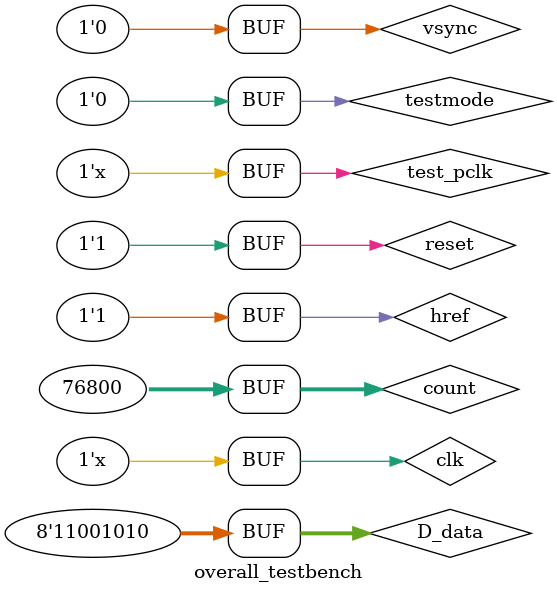
<source format=v>
`timescale 1ns/1ns

module overall_testbench;
reg clk;
reg test_pclk; // test of pclk
reg reset;
// input variable from camera
reg testmode;
reg vsync = 0;
reg href = 0;
reg [7:0] D_data;
// output
wire [5:0] control_state; 
wire [3:0] vga_red, vga_green, vga_blue;
wire vga_hsync, vga_vsync;
wire sioc_to_ov7670, siod_to_ov7670;
wire ov7670_xclk; // input to camera
wire ov7670_pwdn, ov7670_reset;
wire ready_display;

reg [31:0] count = 0;


 
camera_vga_display_top camera_vga_display_top(
    .clk(clk),
    .reset(reset),
    .pclk(test_pclk), //pclk
    .vsync(vsync),
    .href(href),
    .D_data(D_data),
    .testmode(testmode),
    .control_state(control_state),
    .vga_red(vga_red),
    .vga_green(vga_green),
    .vga_blue(vga_blue),
    .vga_hsync(vga_hsync),
    .vga_vsync(vga_vsync),
    .sioc_to_ov7670(sioc_to_ov7670),
    .siod_to_ov7670(siod_to_ov7670),
    .ov7670_xclk(ov7670_xclk),
    .ov7670_pwdn(ov7670_pwdn),
    .ov7670_reset(ov7670_reset),
    .ready_display(ready_display)  
);

// generate 100MHz clock, period 10nS
localparam clk_period = 10;

always 
begin
    #(clk_period / 2) clk = ~clk;
end

// 25MHz pclk test
localparam clk_period_25MHz = 40;

always 
begin
    #(clk_period_25MHz / 2) test_pclk = ~test_pclk;
end

initial begin    
    testmode = 0;
    clk = 1;
    test_pclk = 1;
    reset = 1;
    // generate camera read test data
    count = 320*240; // test 1 frame image    
    D_data = {8{1'b0}};
end

initial begin

#120
reset = 0;
#120
reset = 1;

#500;
vsync = 1;
#80;
vsync <= 0;
#120;
href = 1;
D_data = 8'b1100_1010;
end

// always @(posedge test_pclk)
// begin
//     if (D_data < 8'b1111_1111)
//         D_data <= D_data + 1;
//     else
//         D_data <= 0;
// end



endmodule
</source>
